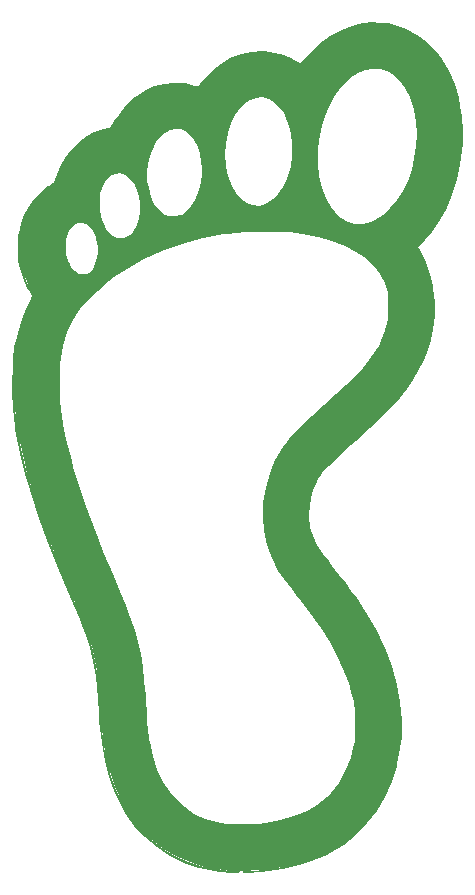
<source format=gbr>
%TF.GenerationSoftware,KiCad,Pcbnew,7.0.5-4d25ed1034~172~ubuntu22.04.1*%
%TF.CreationDate,2023-06-12T10:59:29-06:00*%
%TF.ProjectId,sao-2023-foot,73616f2d-3230-4323-932d-666f6f742e6b,rev?*%
%TF.SameCoordinates,Original*%
%TF.FileFunction,Legend,Top*%
%TF.FilePolarity,Positive*%
%FSLAX46Y46*%
G04 Gerber Fmt 4.6, Leading zero omitted, Abs format (unit mm)*
G04 Created by KiCad (PCBNEW 7.0.5-4d25ed1034~172~ubuntu22.04.1) date 2023-06-12 10:59:29*
%MOMM*%
%LPD*%
G01*
G04 APERTURE LIST*
%ADD10C,0.150000*%
G04 APERTURE END LIST*
D10*
%TO.C,*%
%TO.C,G\u002A\u002A\u002A*%
G36*
X160635808Y-59112710D02*
G01*
X161346915Y-59188727D01*
X161819799Y-59292262D01*
X162789805Y-59652961D01*
X163713706Y-60161973D01*
X164565757Y-60800640D01*
X165320215Y-61550298D01*
X165817502Y-62190061D01*
X166411238Y-63196496D01*
X166882885Y-64299395D01*
X167233195Y-65480302D01*
X167462919Y-66720765D01*
X167572808Y-68002329D01*
X167563614Y-69306542D01*
X167436087Y-70614949D01*
X167190979Y-71909096D01*
X166829040Y-73170531D01*
X166351022Y-74380799D01*
X165757676Y-75521447D01*
X165242667Y-76312830D01*
X164957198Y-76689957D01*
X164627213Y-77092592D01*
X164313538Y-77447185D01*
X164243367Y-77521186D01*
X163723373Y-78059016D01*
X163926234Y-78380368D01*
X164450467Y-79364474D01*
X164841191Y-80432007D01*
X165097448Y-81562835D01*
X165218283Y-82736823D01*
X165202737Y-83933839D01*
X165049856Y-85133748D01*
X164758682Y-86316418D01*
X164354862Y-87401640D01*
X163948217Y-88240583D01*
X163467236Y-89065886D01*
X162901138Y-89890320D01*
X162239146Y-90726656D01*
X161470480Y-91587665D01*
X160584360Y-92486118D01*
X159570008Y-93434784D01*
X158416645Y-94446436D01*
X158388345Y-94470591D01*
X157741143Y-95026745D01*
X157209361Y-95494000D01*
X156776840Y-95888252D01*
X156427420Y-96225399D01*
X156144941Y-96521336D01*
X155913245Y-96791960D01*
X155716172Y-97053168D01*
X155619358Y-97194549D01*
X155148752Y-98046453D01*
X154813004Y-98966867D01*
X154618073Y-99925612D01*
X154569923Y-100892506D01*
X154674514Y-101837370D01*
X154688645Y-101906329D01*
X154798435Y-102336160D01*
X154948074Y-102748988D01*
X155151737Y-103169453D01*
X155423597Y-103622192D01*
X155777830Y-104131845D01*
X156228607Y-104723048D01*
X156517408Y-105085186D01*
X157142678Y-105869623D01*
X157679314Y-106565347D01*
X158152680Y-107207333D01*
X158588142Y-107830555D01*
X159011068Y-108469988D01*
X159286291Y-108902954D01*
X160201951Y-110483849D01*
X160961768Y-112056435D01*
X161565034Y-113616338D01*
X162011044Y-115159184D01*
X162299090Y-116680596D01*
X162428466Y-118176200D01*
X162398465Y-119641621D01*
X162208381Y-121072484D01*
X161857506Y-122464414D01*
X161596912Y-123208742D01*
X161015281Y-124513609D01*
X160325328Y-125694071D01*
X159524985Y-126751647D01*
X158612185Y-127687857D01*
X157584862Y-128504222D01*
X156440947Y-129202263D01*
X155178374Y-129783498D01*
X153795077Y-130249449D01*
X152288986Y-130601636D01*
X151331712Y-130758113D01*
X150682239Y-130832296D01*
X149964171Y-130886707D01*
X149226104Y-130919769D01*
X148516636Y-130929902D01*
X147884366Y-130915530D01*
X147454570Y-130884025D01*
X146034976Y-130654973D01*
X144706305Y-130285366D01*
X143471541Y-129778043D01*
X142333664Y-129135842D01*
X141295658Y-128361600D01*
X140360503Y-127458157D01*
X139531183Y-126428350D01*
X138810680Y-125275017D01*
X138201974Y-124000997D01*
X137708050Y-122609128D01*
X137370103Y-121286202D01*
X137252763Y-120701676D01*
X137157190Y-120139601D01*
X137079115Y-119563134D01*
X137014268Y-118935435D01*
X136958379Y-118219663D01*
X136907178Y-117378977D01*
X136898368Y-117216027D01*
X136822859Y-116019538D01*
X136727038Y-114957556D01*
X136603367Y-113996861D01*
X136444309Y-113104234D01*
X136242326Y-112246456D01*
X135989880Y-111390308D01*
X135679433Y-110502569D01*
X135303447Y-109550021D01*
X134992124Y-108815103D01*
X134210844Y-106988761D01*
X133507429Y-105296081D01*
X132877449Y-103724017D01*
X132316475Y-102259522D01*
X131820078Y-100889550D01*
X131383829Y-99601056D01*
X131003299Y-98380993D01*
X130674059Y-97216316D01*
X130391680Y-96093978D01*
X130151732Y-95000933D01*
X129963393Y-94002782D01*
X129822011Y-93155210D01*
X129715795Y-92422934D01*
X129640371Y-91757753D01*
X129591363Y-91111463D01*
X129564397Y-90435862D01*
X129555097Y-89682749D01*
X129554986Y-89503113D01*
X129555143Y-89496861D01*
X133467310Y-89496861D01*
X133479896Y-90288723D01*
X133514806Y-91069018D01*
X133571298Y-91793279D01*
X133648632Y-92417040D01*
X133653359Y-92446822D01*
X133852004Y-93570962D01*
X134089434Y-94704217D01*
X134370317Y-95860699D01*
X134699320Y-97054519D01*
X135081110Y-98299788D01*
X135520355Y-99610618D01*
X136021723Y-101001119D01*
X136589881Y-102485403D01*
X137229495Y-104077582D01*
X137945235Y-105791767D01*
X138479923Y-107039206D01*
X139002157Y-108288278D01*
X139438708Y-109433789D01*
X139798078Y-110511547D01*
X140088769Y-111557361D01*
X140319282Y-112607041D01*
X140498121Y-113696396D01*
X140633788Y-114861236D01*
X140734784Y-116137368D01*
X140766413Y-116669338D01*
X140806926Y-117386850D01*
X140842922Y-117966281D01*
X140877187Y-118437607D01*
X140912510Y-118830799D01*
X140951679Y-119175833D01*
X140997480Y-119502681D01*
X141052703Y-119841316D01*
X141071486Y-119949471D01*
X141353776Y-121222352D01*
X141731573Y-122361242D01*
X142207774Y-123372575D01*
X142785279Y-124262784D01*
X143277008Y-124844642D01*
X144034876Y-125544110D01*
X144859684Y-126100477D01*
X145769173Y-126523192D01*
X146781082Y-126821703D01*
X147118146Y-126890463D01*
X147601275Y-126953135D01*
X148201913Y-126990474D01*
X148871291Y-127002573D01*
X149560638Y-126989524D01*
X150221187Y-126951422D01*
X150804165Y-126888360D01*
X150838552Y-126883349D01*
X152131758Y-126634281D01*
X153305666Y-126290053D01*
X154354261Y-125853380D01*
X155271528Y-125326980D01*
X156051453Y-124713570D01*
X156385316Y-124378059D01*
X157075516Y-123499204D01*
X157642146Y-122507803D01*
X158085998Y-121402366D01*
X158243908Y-120874636D01*
X158323877Y-120562958D01*
X158381710Y-120284308D01*
X158421053Y-120000603D01*
X158445553Y-119673761D01*
X158458855Y-119265700D01*
X158464608Y-118738338D01*
X158465370Y-118561722D01*
X158465198Y-117997155D01*
X158457801Y-117561059D01*
X158439514Y-117213730D01*
X158406670Y-116915466D01*
X158355606Y-116626562D01*
X158282654Y-116307315D01*
X158242303Y-116145524D01*
X157908651Y-115007380D01*
X157482244Y-113875655D01*
X156954727Y-112735266D01*
X156317745Y-111571129D01*
X155562943Y-110368161D01*
X154681966Y-109111277D01*
X153666460Y-107785395D01*
X153487842Y-107561994D01*
X153115538Y-107093317D01*
X152760734Y-106636327D01*
X152443563Y-106217752D01*
X152184157Y-105864317D01*
X152002649Y-105602749D01*
X151953638Y-105525299D01*
X151402039Y-104444757D01*
X151000987Y-103306028D01*
X150749877Y-102124732D01*
X150648100Y-100916492D01*
X150695052Y-99696929D01*
X150890124Y-98481663D01*
X151232712Y-97286316D01*
X151722207Y-96126510D01*
X152358004Y-95017867D01*
X152361830Y-95012053D01*
X152663918Y-94593886D01*
X153047842Y-94136235D01*
X153524249Y-93628364D01*
X154103786Y-93059538D01*
X154797101Y-92419018D01*
X155614842Y-91696069D01*
X155865166Y-91479469D01*
X156864660Y-90600527D01*
X157732107Y-89797459D01*
X158478170Y-89057088D01*
X159113509Y-88366237D01*
X159648784Y-87711731D01*
X160094658Y-87080393D01*
X160461791Y-86459046D01*
X160760844Y-85834514D01*
X161002478Y-85193620D01*
X161036882Y-85087550D01*
X161138994Y-84656578D01*
X161216422Y-84114951D01*
X161265777Y-83518870D01*
X161283671Y-82924539D01*
X161266714Y-82388160D01*
X161221977Y-82017683D01*
X160983230Y-81191125D01*
X160591334Y-80424629D01*
X160051457Y-79721412D01*
X159368767Y-79084694D01*
X158548433Y-78517692D01*
X157595622Y-78023625D01*
X156515501Y-77605711D01*
X155313239Y-77267168D01*
X153994004Y-77011215D01*
X152971253Y-76879525D01*
X152363591Y-76836144D01*
X151632762Y-76815296D01*
X150822121Y-76815713D01*
X149975019Y-76836127D01*
X149134811Y-76875269D01*
X148344849Y-76931870D01*
X147648486Y-77004663D01*
X147370464Y-77043399D01*
X145563546Y-77388846D01*
X143819854Y-77857287D01*
X142155413Y-78442527D01*
X140586248Y-79138375D01*
X139128382Y-79938637D01*
X138070086Y-80637597D01*
X137647292Y-80963020D01*
X137168278Y-81368379D01*
X136666525Y-81821909D01*
X136175514Y-82291840D01*
X135728724Y-82746405D01*
X135359636Y-83153837D01*
X135166284Y-83392856D01*
X134578120Y-84313446D01*
X134109352Y-85350885D01*
X133761023Y-86502490D01*
X133570899Y-87496542D01*
X133512071Y-88056303D01*
X133477788Y-88737899D01*
X133467310Y-89496861D01*
X129555143Y-89496861D01*
X129586949Y-88227032D01*
X129684957Y-87072913D01*
X129856424Y-86005057D01*
X130108763Y-84987763D01*
X130449384Y-83985333D01*
X130885703Y-82962066D01*
X130934959Y-82857060D01*
X131273682Y-82140476D01*
X130936618Y-81553417D01*
X130503895Y-80650544D01*
X130210830Y-79708821D01*
X130053930Y-78746643D01*
X130038510Y-78132982D01*
X133962514Y-78132982D01*
X134016517Y-78728538D01*
X134155891Y-79270155D01*
X134203425Y-79388668D01*
X134451433Y-79825309D01*
X134757251Y-80157043D01*
X135095561Y-80361843D01*
X135388566Y-80419669D01*
X135666159Y-80384870D01*
X135908540Y-80299340D01*
X135938460Y-80281579D01*
X136231966Y-79996734D01*
X136461946Y-79587307D01*
X136618247Y-79088235D01*
X136690719Y-78534454D01*
X136669209Y-77960901D01*
X136650250Y-77831928D01*
X136500782Y-77248017D01*
X136278723Y-76773183D01*
X136001445Y-76412866D01*
X135686322Y-76172507D01*
X135350724Y-76057546D01*
X135012025Y-76073424D01*
X134687597Y-76225581D01*
X134394811Y-76519457D01*
X134151041Y-76960494D01*
X134119852Y-77039478D01*
X133996190Y-77548343D01*
X133962514Y-78132982D01*
X130038510Y-78132982D01*
X130029701Y-77782401D01*
X130134650Y-76834489D01*
X130365284Y-75921298D01*
X130718108Y-75061221D01*
X131110963Y-74404211D01*
X136857219Y-74404211D01*
X136877999Y-75024940D01*
X136948479Y-75529338D01*
X137080865Y-75965055D01*
X137287365Y-76379743D01*
X137415740Y-76584327D01*
X137683098Y-76902976D01*
X138008050Y-77164878D01*
X138343197Y-77337882D01*
X138605119Y-77391059D01*
X138850946Y-77357503D01*
X139109755Y-77276535D01*
X139407098Y-77100852D01*
X139658578Y-76833179D01*
X139891767Y-76441436D01*
X139972548Y-76272611D01*
X140162002Y-75707442D01*
X140248792Y-75093524D01*
X140239865Y-74460220D01*
X140142169Y-73836892D01*
X139962652Y-73252901D01*
X139708261Y-72737611D01*
X139385945Y-72320384D01*
X139002651Y-72030581D01*
X138964177Y-72011159D01*
X138526149Y-71873892D01*
X138120696Y-71901400D01*
X137748666Y-72093267D01*
X137410905Y-72449074D01*
X137135628Y-72911747D01*
X137012203Y-73172516D01*
X136931894Y-73386400D01*
X136885483Y-73602824D01*
X136863748Y-73871215D01*
X136857471Y-74240997D01*
X136857219Y-74404211D01*
X131110963Y-74404211D01*
X131189629Y-74272651D01*
X131776354Y-73573981D01*
X132474788Y-72983602D01*
X132577851Y-72912929D01*
X132845666Y-72728134D01*
X133022077Y-72575924D01*
X133144293Y-72406546D01*
X133249522Y-72170248D01*
X133355798Y-71872697D01*
X133396199Y-71779327D01*
X140866677Y-71779327D01*
X140883253Y-72502439D01*
X140976971Y-73130609D01*
X141182358Y-73844162D01*
X141469787Y-74457637D01*
X141827464Y-74951874D01*
X142243597Y-75307714D01*
X142357777Y-75374072D01*
X142770565Y-75508362D01*
X143233137Y-75526468D01*
X143673506Y-75428252D01*
X143789068Y-75376828D01*
X144200732Y-75084876D01*
X144586393Y-74656247D01*
X144925365Y-74122390D01*
X145196958Y-73514755D01*
X145350183Y-73003623D01*
X145426392Y-72537574D01*
X145466360Y-71980141D01*
X145470110Y-71391935D01*
X145437660Y-70833566D01*
X145369033Y-70365645D01*
X145350047Y-70284901D01*
X147483477Y-70284901D01*
X147540163Y-71263054D01*
X147714032Y-72142996D01*
X148002044Y-72916142D01*
X148401160Y-73573905D01*
X148804450Y-74016807D01*
X149297131Y-74382902D01*
X149794382Y-74581832D01*
X150302206Y-74614640D01*
X150826606Y-74482366D01*
X151010693Y-74399500D01*
X151488866Y-74076933D01*
X151936705Y-73612569D01*
X152337369Y-73032279D01*
X152674019Y-72361938D01*
X152929813Y-71627417D01*
X153001359Y-71341132D01*
X153056149Y-70990983D01*
X155342236Y-70990983D01*
X155446616Y-72118809D01*
X155663406Y-73122142D01*
X155992923Y-74001907D01*
X156435480Y-74759029D01*
X156761377Y-75161366D01*
X157306054Y-75655461D01*
X157885435Y-75985123D01*
X158497297Y-76149918D01*
X159139415Y-76149413D01*
X159809567Y-75983172D01*
X160175442Y-75827676D01*
X160846559Y-75412985D01*
X161462199Y-74856193D01*
X162016097Y-74176049D01*
X162501990Y-73391305D01*
X162913612Y-72520711D01*
X163244699Y-71583016D01*
X163488986Y-70596973D01*
X163640209Y-69581331D01*
X163692102Y-68554840D01*
X163638402Y-67536252D01*
X163472843Y-66544317D01*
X163388434Y-66210950D01*
X163102307Y-65394783D01*
X162727098Y-64669782D01*
X162276218Y-64054232D01*
X161763083Y-63566419D01*
X161201105Y-63224627D01*
X161196160Y-63222402D01*
X160909075Y-63103131D01*
X160670214Y-63037635D01*
X160411449Y-63014842D01*
X160064658Y-63023682D01*
X159995753Y-63027330D01*
X159316610Y-63136894D01*
X158678578Y-63392697D01*
X158070311Y-63801314D01*
X157480462Y-64369314D01*
X157283073Y-64598723D01*
X156677543Y-65457740D01*
X156175460Y-66431353D01*
X155783887Y-67496295D01*
X155509890Y-68629302D01*
X155360531Y-69807108D01*
X155342236Y-70990983D01*
X153056149Y-70990983D01*
X153096863Y-70730789D01*
X153139554Y-70035738D01*
X153130062Y-69318658D01*
X153069017Y-68642230D01*
X152968924Y-68113794D01*
X152736487Y-67414315D01*
X152425992Y-66788566D01*
X152053900Y-66259634D01*
X151636672Y-65850608D01*
X151190770Y-65584576D01*
X151155796Y-65570712D01*
X150615575Y-65450950D01*
X150065453Y-65487603D01*
X149543583Y-65675882D01*
X149343154Y-65798217D01*
X148789891Y-66284288D01*
X148326208Y-66902162D01*
X147957939Y-67637759D01*
X147690921Y-68476996D01*
X147530993Y-69405791D01*
X147483477Y-70284901D01*
X145350047Y-70284901D01*
X145349258Y-70281545D01*
X145129433Y-69635917D01*
X144831033Y-69075587D01*
X144470514Y-68621884D01*
X144064335Y-68296138D01*
X143693063Y-68135139D01*
X143221982Y-68087851D01*
X142769267Y-68192041D01*
X142343871Y-68431241D01*
X141954749Y-68788980D01*
X141610857Y-69248788D01*
X141321149Y-69794197D01*
X141094580Y-70408736D01*
X140940104Y-71075936D01*
X140866677Y-71779327D01*
X133396199Y-71779327D01*
X133733126Y-71000651D01*
X134226151Y-70208787D01*
X134817927Y-69514546D01*
X135491507Y-68935374D01*
X136229945Y-68488714D01*
X136899272Y-68225272D01*
X137213919Y-68133579D01*
X137491796Y-68057364D01*
X137656226Y-68016913D01*
X137797829Y-67943657D01*
X137959524Y-67767142D01*
X138160062Y-67465244D01*
X138244967Y-67322309D01*
X138560161Y-66852389D01*
X138972805Y-66344892D01*
X139338345Y-65953935D01*
X140037428Y-65323690D01*
X140736742Y-64846657D01*
X141463498Y-64510012D01*
X142244906Y-64300934D01*
X143039065Y-64210030D01*
X143425147Y-64195946D01*
X143751435Y-64205384D01*
X144069425Y-64245498D01*
X144430616Y-64323441D01*
X144886503Y-64446366D01*
X145024068Y-64485760D01*
X145132282Y-64487172D01*
X145256944Y-64414128D01*
X145424562Y-64244871D01*
X145650626Y-63971507D01*
X146324194Y-63243275D01*
X147086184Y-62629372D01*
X147915517Y-62139713D01*
X148791112Y-61784212D01*
X149691888Y-61572785D01*
X150596766Y-61515346D01*
X150845882Y-61528045D01*
X151641636Y-61651191D01*
X152442361Y-61887411D01*
X153175869Y-62214256D01*
X153326989Y-62299600D01*
X153644173Y-62479043D01*
X153843846Y-62569227D01*
X153946474Y-62577105D01*
X153972782Y-62519086D01*
X154031258Y-62411356D01*
X154190280Y-62216128D01*
X154425242Y-61958297D01*
X154711538Y-61662755D01*
X155024560Y-61354397D01*
X155339702Y-61058115D01*
X155632357Y-60798805D01*
X155840711Y-60629369D01*
X156571656Y-60136479D01*
X157371648Y-59712052D01*
X158176906Y-59388277D01*
X158486202Y-59294160D01*
X159143242Y-59165461D01*
X159880514Y-59104966D01*
X160635808Y-59112710D01*
G37*
%TO.C,*%
G36*
X161134464Y-59252247D02*
G01*
X162070849Y-59455228D01*
X162947014Y-59802057D01*
X163781696Y-60300438D01*
X164593630Y-60958081D01*
X164723579Y-61079452D01*
X165354985Y-61744288D01*
X165886892Y-62454659D01*
X166360043Y-63266333D01*
X166448626Y-63440545D01*
X166924680Y-64576359D01*
X167270954Y-65797101D01*
X167488380Y-67081825D01*
X167577893Y-68409584D01*
X167540424Y-69759434D01*
X167376907Y-71110427D01*
X167088275Y-72441618D01*
X166675460Y-73732061D01*
X166139396Y-74960809D01*
X165916659Y-75383592D01*
X165477334Y-76119861D01*
X164994866Y-76805269D01*
X164425034Y-77501306D01*
X164255428Y-77693486D01*
X163763862Y-78243194D01*
X163925577Y-78495512D01*
X164037081Y-78688811D01*
X164191281Y-78980791D01*
X164359981Y-79317588D01*
X164409858Y-79420678D01*
X164790119Y-80394203D01*
X165048794Y-81457331D01*
X165185410Y-82582933D01*
X165199499Y-83743884D01*
X165090590Y-84913055D01*
X164858212Y-86063319D01*
X164542311Y-87062114D01*
X164213511Y-87854613D01*
X163830000Y-88620000D01*
X163380654Y-89372039D01*
X162854347Y-90124495D01*
X162239956Y-90891132D01*
X161526355Y-91685715D01*
X160702420Y-92522007D01*
X159757026Y-93413774D01*
X158679048Y-94374779D01*
X158521112Y-94511995D01*
X157779777Y-95160295D01*
X157157191Y-95720806D01*
X156639908Y-96209754D01*
X156214481Y-96643366D01*
X155867464Y-97037869D01*
X155585409Y-97409490D01*
X155354870Y-97774457D01*
X155162401Y-98148995D01*
X154994555Y-98549333D01*
X154857415Y-98933261D01*
X154733050Y-99357248D01*
X154651852Y-99784572D01*
X154602690Y-100282027D01*
X154587849Y-100551048D01*
X154584975Y-101278586D01*
X154654855Y-101931619D01*
X154809252Y-102541242D01*
X155059926Y-103138547D01*
X155418638Y-103754630D01*
X155897151Y-104420583D01*
X156190974Y-104789272D01*
X157352355Y-106257403D01*
X158374992Y-107656631D01*
X159266647Y-109000714D01*
X160035078Y-110303406D01*
X160688045Y-111578463D01*
X161233307Y-112839641D01*
X161678625Y-114100695D01*
X161925747Y-114955446D01*
X162215136Y-116328991D01*
X162372794Y-117739573D01*
X162398339Y-119153507D01*
X162291393Y-120537108D01*
X162051573Y-121856690D01*
X162005750Y-122040706D01*
X161572666Y-123410575D01*
X161007391Y-124685161D01*
X160314807Y-125858257D01*
X159499798Y-126923659D01*
X158567247Y-127875159D01*
X157522037Y-128706553D01*
X156369052Y-129411635D01*
X156094455Y-129552645D01*
X154958352Y-130048696D01*
X153732435Y-130450515D01*
X152396116Y-130763949D01*
X151091130Y-130974114D01*
X150578769Y-131033125D01*
X150091620Y-131074382D01*
X149654913Y-131097361D01*
X149293879Y-131101540D01*
X149033748Y-131086396D01*
X148899751Y-131051407D01*
X148890979Y-131019685D01*
X148995015Y-130978323D01*
X149220279Y-130948183D01*
X149519866Y-130935298D01*
X149547764Y-130935191D01*
X150014237Y-130914336D01*
X150598152Y-130856740D01*
X151254445Y-130769099D01*
X151938052Y-130658111D01*
X152603908Y-130530475D01*
X153206949Y-130392887D01*
X153221686Y-130389161D01*
X154634841Y-129954828D01*
X155936353Y-129397554D01*
X157124132Y-128718950D01*
X158196086Y-127920627D01*
X159150122Y-127004197D01*
X159984152Y-125971272D01*
X160696082Y-124823464D01*
X160864667Y-124498935D01*
X161455968Y-123139318D01*
X161883113Y-121754528D01*
X162146053Y-120343338D01*
X162244737Y-118904515D01*
X162179117Y-117436831D01*
X161949142Y-115939055D01*
X161554764Y-114409956D01*
X160995933Y-112848306D01*
X160336108Y-111380943D01*
X159893365Y-110515008D01*
X159434947Y-109690134D01*
X158943775Y-108880587D01*
X158402770Y-108060635D01*
X157794853Y-107204545D01*
X157102946Y-106286586D01*
X156309970Y-105281024D01*
X156182117Y-105122117D01*
X155646165Y-104435054D01*
X155222996Y-103832824D01*
X154901490Y-103286488D01*
X154670530Y-102767106D01*
X154518996Y-102245742D01*
X154435771Y-101693454D01*
X154409736Y-101081306D01*
X154422087Y-100541142D01*
X154480095Y-99799061D01*
X154595147Y-99156193D01*
X154784133Y-98548403D01*
X155063943Y-97911556D01*
X155169775Y-97702051D01*
X155341007Y-97394397D01*
X155535148Y-97097642D01*
X155767308Y-96795816D01*
X156052601Y-96472944D01*
X156406138Y-96113054D01*
X156843031Y-95700174D01*
X157378392Y-95218331D01*
X158027333Y-94651552D01*
X158183090Y-94517110D01*
X159183531Y-93641833D01*
X160058047Y-92846600D01*
X160819802Y-92116856D01*
X161481961Y-91438047D01*
X162057690Y-90795618D01*
X162560154Y-90175014D01*
X163002518Y-89561681D01*
X163397947Y-88941063D01*
X163689202Y-88429805D01*
X164236174Y-87273987D01*
X164642717Y-86090253D01*
X164908499Y-84894344D01*
X165033188Y-83702003D01*
X165016451Y-82528970D01*
X164857955Y-81390990D01*
X164557368Y-80303803D01*
X164114357Y-79283153D01*
X163890780Y-78886420D01*
X163732808Y-78609147D01*
X163617642Y-78376064D01*
X163567963Y-78233523D01*
X163567469Y-78225702D01*
X163622116Y-78114183D01*
X163769491Y-77914299D01*
X163984749Y-77657981D01*
X164157355Y-77467599D01*
X164970287Y-76478535D01*
X165682608Y-75364602D01*
X166285997Y-74141569D01*
X166772132Y-72825202D01*
X166966409Y-72145512D01*
X167131692Y-71457013D01*
X167249313Y-70829426D01*
X167325444Y-70209021D01*
X167366259Y-69542066D01*
X167377930Y-68774831D01*
X167377089Y-68571009D01*
X167337118Y-67496174D01*
X167227665Y-66528939D01*
X167040245Y-65620137D01*
X166766373Y-64720606D01*
X166664132Y-64440029D01*
X166188318Y-63375775D01*
X165612450Y-62423892D01*
X164947528Y-61589712D01*
X164204550Y-60878570D01*
X163394515Y-60295800D01*
X162528423Y-59846737D01*
X161617272Y-59536713D01*
X160672061Y-59371064D01*
X159703789Y-59355122D01*
X158723454Y-59494224D01*
X157742057Y-59793701D01*
X157389631Y-59942245D01*
X156539179Y-60401847D01*
X155704139Y-60992818D01*
X154928536Y-61680769D01*
X154345631Y-62320070D01*
X154127085Y-62576898D01*
X153943035Y-62774338D01*
X153822183Y-62882367D01*
X153797029Y-62893857D01*
X153691420Y-62853011D01*
X153484306Y-62744986D01*
X153216953Y-62591546D01*
X153166079Y-62561063D01*
X152381532Y-62170228D01*
X151548445Y-61905225D01*
X150704644Y-61774482D01*
X149887954Y-61786431D01*
X149761449Y-61802272D01*
X149015339Y-61959588D01*
X148272182Y-62209285D01*
X147607389Y-62525374D01*
X147526435Y-62572506D01*
X147193288Y-62801536D01*
X146802159Y-63116129D01*
X146394460Y-63478267D01*
X146011603Y-63849933D01*
X145694999Y-64193109D01*
X145525726Y-64409229D01*
X145415795Y-64563591D01*
X145317232Y-64664104D01*
X145197724Y-64714037D01*
X145024960Y-64716657D01*
X144766627Y-64675231D01*
X144390412Y-64593027D01*
X144181046Y-64545200D01*
X143608466Y-64442132D01*
X143092158Y-64419640D01*
X142550040Y-64477286D01*
X142249021Y-64534885D01*
X141355390Y-64809352D01*
X140511688Y-65240742D01*
X139725542Y-65823170D01*
X139004576Y-66550755D01*
X138356416Y-67417612D01*
X138208566Y-67652244D01*
X138024171Y-67944669D01*
X137885040Y-68123798D01*
X137754087Y-68223011D01*
X137594229Y-68275689D01*
X137495074Y-68294464D01*
X136693233Y-68514671D01*
X135931136Y-68886834D01*
X135224087Y-69396479D01*
X134587391Y-70029135D01*
X134036350Y-70770329D01*
X133586270Y-71605590D01*
X133346500Y-72217512D01*
X133232539Y-72537564D01*
X133130791Y-72745045D01*
X133005277Y-72888545D01*
X132820018Y-73016655D01*
X132705237Y-73083565D01*
X132427455Y-73269781D01*
X132103602Y-73527289D01*
X131800508Y-73802685D01*
X131780703Y-73822345D01*
X131179922Y-74538692D01*
X130707030Y-75345761D01*
X130363564Y-76223225D01*
X130151066Y-77150760D01*
X130071075Y-78108040D01*
X130125130Y-79074738D01*
X130314773Y-80030529D01*
X130641543Y-80955087D01*
X131106980Y-81828086D01*
X131167147Y-81920755D01*
X131380039Y-82242458D01*
X130911912Y-83228588D01*
X130520841Y-84112313D01*
X130211352Y-84957481D01*
X129975253Y-85801553D01*
X129804350Y-86681992D01*
X129690449Y-87636258D01*
X129625359Y-88701815D01*
X129610937Y-89176969D01*
X129602544Y-90193473D01*
X129629804Y-91129916D01*
X129697353Y-92036108D01*
X129809826Y-92961856D01*
X129971859Y-93956969D01*
X130135373Y-94812069D01*
X130372046Y-95915591D01*
X130640068Y-97019064D01*
X130945099Y-98139126D01*
X131292802Y-99292418D01*
X131688836Y-100495580D01*
X132138864Y-101765250D01*
X132648547Y-103118069D01*
X133223545Y-104570676D01*
X133869519Y-106139711D01*
X134477336Y-107574337D01*
X134769982Y-108261085D01*
X135049822Y-108924623D01*
X135307816Y-109543006D01*
X135534921Y-110094292D01*
X135722096Y-110556535D01*
X135860300Y-110907791D01*
X135939344Y-111122689D01*
X136284044Y-112328409D01*
X136558561Y-113683254D01*
X136763115Y-115188554D01*
X136897927Y-116845637D01*
X136902809Y-116931936D01*
X136970773Y-118021886D01*
X137047608Y-118970959D01*
X137137317Y-119806421D01*
X137243900Y-120555536D01*
X137371358Y-121245571D01*
X137523693Y-121903789D01*
X137704906Y-122557456D01*
X137750439Y-122707899D01*
X138254197Y-124103684D01*
X138870443Y-125376885D01*
X139598059Y-126526133D01*
X140435931Y-127550062D01*
X141382942Y-128447303D01*
X142437976Y-129216489D01*
X143571887Y-129842948D01*
X144594167Y-130265723D01*
X145673587Y-130594993D01*
X146761886Y-130819259D01*
X147810808Y-130927021D01*
X148155052Y-130935083D01*
X148464728Y-130946096D01*
X148679913Y-130975248D01*
X148764651Y-131017551D01*
X148764820Y-131019685D01*
X148686668Y-131062352D01*
X148473983Y-131087192D01*
X148159426Y-131094879D01*
X147775654Y-131086088D01*
X147355326Y-131061495D01*
X146931102Y-131021775D01*
X146578065Y-130974461D01*
X145222840Y-130679976D01*
X143948722Y-130240162D01*
X142761765Y-129659360D01*
X141668019Y-128941911D01*
X140673540Y-128092154D01*
X139784378Y-127114429D01*
X139006588Y-126013077D01*
X138559302Y-125224640D01*
X138148171Y-124369443D01*
X137800726Y-123505752D01*
X137511302Y-122609204D01*
X137274237Y-121655441D01*
X137083865Y-120620100D01*
X136934523Y-119478822D01*
X136820547Y-118207246D01*
X136777887Y-117562731D01*
X136699689Y-116393495D01*
X136609825Y-115362231D01*
X136501316Y-114438763D01*
X136367186Y-113592917D01*
X136200457Y-112794518D01*
X135994151Y-112013391D01*
X135741291Y-111219362D01*
X135434901Y-110382254D01*
X135068001Y-109471893D01*
X134716613Y-108648456D01*
X133881677Y-106696537D01*
X133131284Y-104875443D01*
X132461605Y-103172871D01*
X131868813Y-101576517D01*
X131349079Y-100074079D01*
X130898577Y-98653253D01*
X130513478Y-97301735D01*
X130189954Y-96007221D01*
X129924177Y-94757409D01*
X129712321Y-93539995D01*
X129550555Y-92342675D01*
X129500725Y-91883518D01*
X129462998Y-91367375D01*
X129440728Y-90746163D01*
X129433095Y-90055995D01*
X129439283Y-89332988D01*
X129458471Y-88613256D01*
X129489842Y-87932913D01*
X129532577Y-87328074D01*
X129585858Y-86834853D01*
X129619994Y-86620877D01*
X129818229Y-85717509D01*
X130066512Y-84821888D01*
X130350963Y-83975977D01*
X130657701Y-83221741D01*
X130917136Y-82699275D01*
X131150660Y-82277210D01*
X130918259Y-81942321D01*
X130724987Y-81608971D01*
X130518263Y-81160790D01*
X130317986Y-80647821D01*
X130144055Y-80120108D01*
X130040555Y-79735008D01*
X129951619Y-79187307D01*
X129909814Y-78538983D01*
X129914274Y-77850631D01*
X129964135Y-77182849D01*
X130058534Y-76596233D01*
X130087020Y-76476969D01*
X130379482Y-75607459D01*
X130786210Y-74794372D01*
X131288861Y-74064250D01*
X131869088Y-73443631D01*
X132508546Y-72959058D01*
X132526153Y-72948295D01*
X132793060Y-72774813D01*
X132957203Y-72621613D01*
X133065020Y-72431306D01*
X133155499Y-72170547D01*
X133487294Y-71333178D01*
X133934971Y-70553069D01*
X134479617Y-69848886D01*
X135102320Y-69239294D01*
X135784164Y-68742961D01*
X136506237Y-68378552D01*
X137206336Y-68172677D01*
X137710136Y-68076934D01*
X138085988Y-67445291D01*
X138438429Y-66925685D01*
X138878303Y-66387176D01*
X139361974Y-65877065D01*
X139845809Y-65442652D01*
X140129243Y-65230369D01*
X140944013Y-64769461D01*
X141807817Y-64452494D01*
X142697320Y-64283473D01*
X143589186Y-64266402D01*
X144460081Y-64405287D01*
X144642089Y-64455830D01*
X145103132Y-64594067D01*
X145314937Y-64311677D01*
X146003944Y-63517582D01*
X146786159Y-62839300D01*
X147640387Y-62291627D01*
X148545432Y-61889357D01*
X148975085Y-61756653D01*
X149422177Y-61675241D01*
X149971760Y-61631009D01*
X150562252Y-61624048D01*
X151132073Y-61654449D01*
X151619640Y-61722303D01*
X151750582Y-61752557D01*
X152057660Y-61851754D01*
X152446920Y-62003316D01*
X152851982Y-62180708D01*
X153008826Y-62255537D01*
X153762434Y-62625728D01*
X154477919Y-61865672D01*
X155120895Y-61224675D01*
X155737613Y-60704172D01*
X156371022Y-60271342D01*
X157049257Y-59900642D01*
X157828280Y-59560580D01*
X158567828Y-59338036D01*
X159332090Y-59218054D01*
X160119125Y-59185406D01*
X161134464Y-59252247D01*
G37*
%TD*%
M02*

</source>
